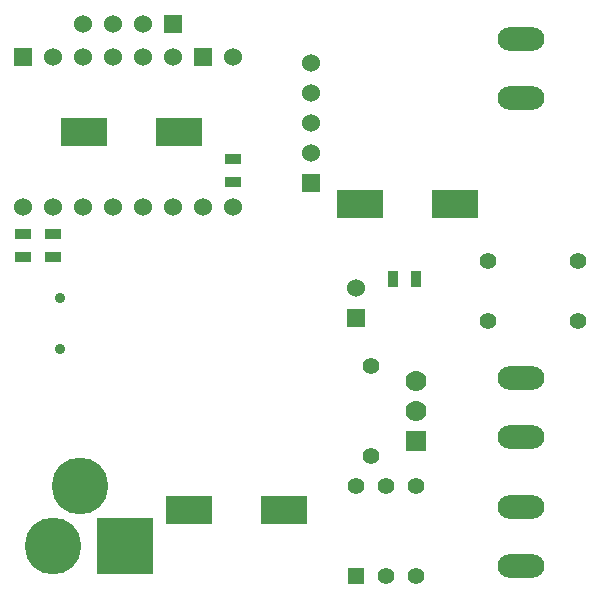
<source format=gbs>
G04 (created by PCBNEW (2013-mar-13)-testing) date czw, 7 sie 2014, 20:04:06*
%MOIN*%
G04 Gerber Fmt 3.4, Leading zero omitted, Abs format*
%FSLAX34Y34*%
G01*
G70*
G90*
G04 APERTURE LIST*
%ADD10C,0.005906*%
%ADD11R,0.035000X0.055000*%
%ADD12R,0.157500X0.094500*%
%ADD13C,0.035400*%
%ADD14R,0.060000X0.060000*%
%ADD15C,0.060000*%
%ADD16O,0.156000X0.078000*%
%ADD17C,0.189000*%
%ADD18R,0.189000X0.189000*%
%ADD19R,0.055000X0.035000*%
%ADD20C,0.055000*%
%ADD21C,0.070000*%
%ADD22R,0.070000X0.070000*%
%ADD23R,0.055000X0.055000*%
G04 APERTURE END LIST*
G54D10*
G54D11*
X13667Y-9077D03*
X12917Y-9077D03*
G54D12*
X9267Y-16777D03*
X6117Y-16777D03*
X5767Y-4177D03*
X2617Y-4177D03*
X14967Y-6577D03*
X11817Y-6577D03*
G54D13*
X1827Y-9711D03*
X1827Y-11443D03*
G54D14*
X5592Y-577D03*
G54D15*
X4592Y-577D03*
X3592Y-577D03*
X2592Y-577D03*
G54D16*
X17192Y-16687D03*
X17192Y-18657D03*
G54D17*
X1592Y-17977D03*
G54D18*
X3992Y-17977D03*
G54D17*
X2492Y-15977D03*
G54D16*
X17192Y-1087D03*
X17192Y-3057D03*
X17192Y-12387D03*
X17192Y-14357D03*
G54D14*
X11692Y-10377D03*
G54D15*
X11692Y-9377D03*
G54D14*
X10192Y-5877D03*
G54D15*
X10192Y-4877D03*
X10192Y-3877D03*
X10192Y-2877D03*
X10192Y-1877D03*
G54D19*
X592Y-8352D03*
X592Y-7602D03*
X1592Y-8352D03*
X1592Y-7602D03*
X7592Y-5102D03*
X7592Y-5852D03*
G54D20*
X12192Y-14977D03*
X12192Y-11977D03*
X19092Y-10477D03*
X19092Y-8477D03*
X16092Y-10477D03*
X16092Y-8477D03*
G54D21*
X13692Y-12477D03*
X13692Y-13477D03*
G54D22*
X13692Y-14477D03*
G54D14*
X592Y-1677D03*
G54D15*
X1592Y-1677D03*
X2592Y-1677D03*
X3592Y-1677D03*
X4592Y-1677D03*
X5592Y-1677D03*
G54D14*
X6592Y-1677D03*
G54D15*
X7592Y-1677D03*
X7592Y-6677D03*
X6592Y-6677D03*
X5592Y-6677D03*
X4592Y-6677D03*
X3592Y-6677D03*
X2592Y-6677D03*
X1592Y-6677D03*
X592Y-6677D03*
G54D23*
X11692Y-18977D03*
G54D20*
X12692Y-18977D03*
X13692Y-18977D03*
X13692Y-15977D03*
X12692Y-15977D03*
X11692Y-15977D03*
M02*

</source>
